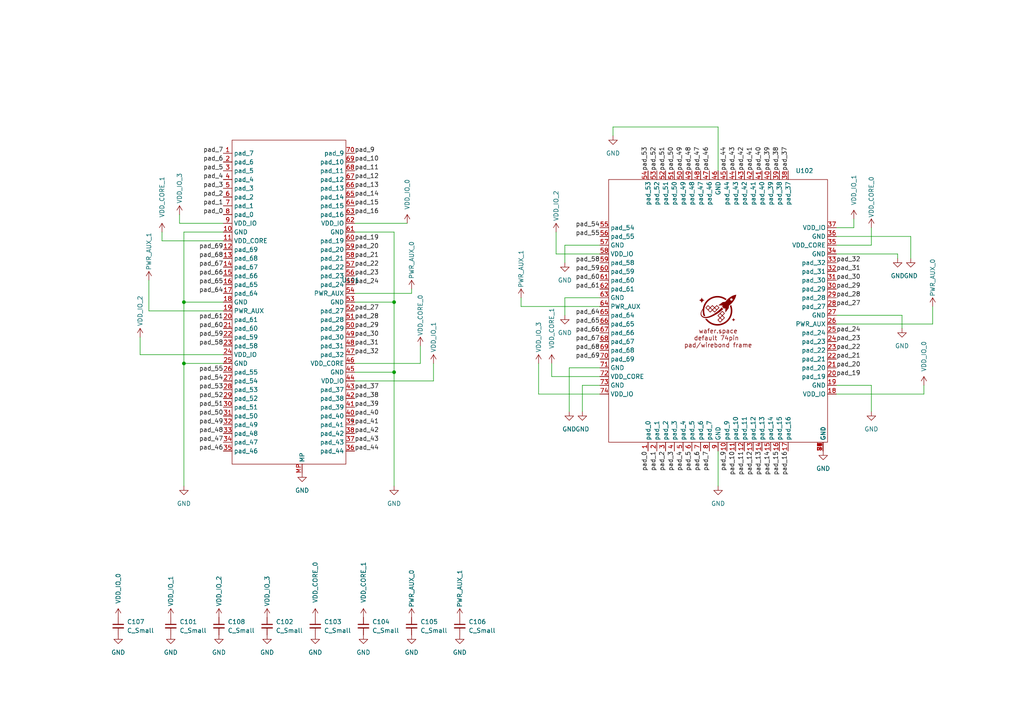
<source format=kicad_sch>
(kicad_sch (version 20250114) (generator "eeschema") (generator_version "9.0")
  (paper "A4")
  (title_block (title "wafer.space default digital chip-on-board mezzanine") (date "2025-10-23") (rev "0") (company "Evezor Inc"))
  (lib_symbols
    (symbol "Device:C_Small" (pin_numbers (hide yes)) (pin_names (offset 0.254) (hide yes))
      (property "Reference" "C" (at 0.254 1.778 0))
      (property "Value" "C_Small" (at 0.254 -2.032 0))
      (symbol "C_Small_1_1"
        (pin passive line (at 0 2.54 270) (length 2.032) (name "~") (number "1"))
        (pin passive line (at 0 -2.54 90) (length 2.032) (name "~") (number "2"))
      )
    )
    (symbol "WaferSpace:70pin_ws_default_mezzanine"
      (property "Reference" "U101" (at 11.43 48.26 0))
      (symbol "70pin_ws_default_mezzanine_1_1"
        (pin unspecified line (at -19.05 43.18 0) (length 2.54) (name "pad_7") (number "1") (alternate "rsvd" unspecified line))
        (pin unspecified line (at -19.05 40.64 0) (length 2.54) (name "pad_6") (number "2") (alternate "rsvd" unspecified line))
        (pin unspecified line (at -19.05 38.1 0) (length 2.54) (name "pad_5") (number "3") (alternate "rsvd" unspecified line))
        (pin unspecified line (at -19.05 35.56 0) (length 2.54) (name "pad_4") (number "4") (alternate "rsvd" unspecified line))
        (pin unspecified line (at -19.05 33.02 0) (length 2.54) (name "pad_3") (number "5") (alternate "rsvd" unspecified line))
        (pin unspecified line (at -19.05 30.48 0) (length 2.54) (name "pad_2") (number "6") (alternate "ctrl_sel_rst_n" input line))
        (pin unspecified line (at -19.05 27.94 0) (length 2.54) (name "pad_1") (number "7") (alternate "ctrl_sel_inc" input line))
        (pin unspecified line (at -19.05 25.4 0) (length 2.54) (name "pad_0") (number "8") (alternate "ctrl_ena" input line))
        (pin power_in line (at -19.05 22.86 0) (length 2.54) (name "VDD_IO") (number "9"))
        (pin power_in line (at -19.05 20.32 0) (length 2.54) (name "GND") (number "10"))
        (pin power_in line (at -19.05 17.78 0) (length 2.54) (name "VDD_CORE") (number "11"))
        (pin unspecified line (at -19.05 15.24 0) (length 2.54) (name "pad_69") (number "12") (alternate "analog_20" bidirectional line))
        (pin unspecified line (at -19.05 12.7 0) (length 2.54) (name "pad_68") (number "13") (alternate "analog_19" bidirectional line))
        (pin unspecified line (at -19.05 10.16 0) (length 2.54) (name "pad_67") (number "14") (alternate "analog_19" bidirectional line))
        (pin unspecified line (at -19.05 7.62 0) (length 2.54) (name "pad_66") (number "15") (alternate "analog_18" bidirectional line))
        (pin unspecified line (at -19.05 5.08 0) (length 2.54) (name "pad_65") (number "16") (alternate "analog_17" bidirectional line))
        (pin unspecified line (at -19.05 2.54 0) (length 2.54) (name "pad_64") (number "17") (alternate "analog_16" bidirectional line))
        (pin power_in line (at -19.05 0 0) (length 2.54) (name "GND") (number "18"))
        (pin power_in line (at -19.05 -2.54 0) (length 2.54) (name "PWR_AUX") (number "19"))
        (pin unspecified line (at -19.05 -5.08 0) (length 2.54) (name "pad_61") (number "20") (alternate "analog_15 " bidirectional line))
        (pin unspecified line (at -19.05 -7.62 0) (length 2.54) (name "pad_60") (number "21") (alternate "analog_14" bidirectional line))
        (pin unspecified line (at -19.05 -10.16 0) (length 2.54) (name "pad_59") (number "22") (alternate "analog_13" bidirectional line))
        (pin unspecified line (at -19.05 -12.7 0) (length 2.54) (name "pad_58") (number "23") (alternate "analog_12" bidirectional line))
        (pin power_in line (at -19.05 -15.24 0) (length 2.54) (name "VDD_IO") (number "24"))
        (pin power_in line (at -19.05 -17.78 0) (length 2.54) (name "GND") (number "25"))
        (pin unspecified line (at -19.05 -20.32 0) (length 2.54) (name "pad_55") (number "26") (alternate "u_clk" input line))
        (pin unspecified line (at -19.05 -22.86 0) (length 2.54) (name "pad_54") (number "27") (alternate "u_rst_n" input line))
        (pin unspecified line (at -19.05 -25.4 0) (length 2.54) (name "pad_53") (number "28") (alternate "ui_7" input line))
        (pin unspecified line (at -19.05 -27.94 0) (length 2.54) (name "pad_52") (number "29") (alternate "ui_6" input line))
        (pin unspecified line (at -19.05 -30.48 0) (length 2.54) (name "pad_51") (number "30") (alternate "ui_5" input line))
        (pin unspecified line (at -19.05 -33.02 0) (length 2.54) (name "pad_50") (number "31") (alternate "ui_4" input line))
        (pin unspecified line (at -19.05 -35.56 0) (length 2.54) (name "pad_49") (number "32") (alternate "ui_3" input line))
        (pin unspecified line (at -19.05 -38.1 0) (length 2.54) (name "pad_48") (number "33") (alternate "ui_2" input line))
        (pin unspecified line (at -19.05 -40.64 0) (length 2.54) (name "pad_47") (number "34") (alternate "ui_1" input line))
        (pin unspecified line (at -19.05 -43.18 0) (length 2.54) (name "pad_46") (number "35") (alternate "ui_0" input line))
        (pin power_in line (at 3.81 -49.53 90) (length 2.54) (name "MP") (number "MP"))
        (pin unspecified line (at 19.05 43.18 180) (length 2.54) (name "pad_9") (number "70") (alternate "uo_0" output line))
        (pin unspecified line (at 19.05 40.64 180) (length 2.54) (name "pad_10") (number "69") (alternate "uo_1" output line))
        (pin unspecified line (at 19.05 38.1 180) (length 2.54) (name "pad_11") (number "68") (alternate "uo_2" output line))
        (pin unspecified line (at 19.05 35.56 180) (length 2.54) (name "pad_12") (number "67") (alternate "uo_3" output line))
        (pin unspecified line (at 19.05 33.02 180) (length 2.54) (name "pad_13") (number "66") (alternate "uo_4" output line))
        (pin unspecified line (at 19.05 30.48 180) (length 2.54) (name "pad_14") (number "65") (alternate "uo_5" output line))
        (pin unspecified line (at 19.05 27.94 180) (length 2.54) (name "pad_15") (number "64") (alternate "uo_6" output line))
        (pin unspecified line (at 19.05 25.4 180) (length 2.54) (name "pad_16") (number "63") (alternate "uo_7" output line))
        (pin power_in line (at 19.05 22.86 180) (length 2.54) (name "VDD_IO") (number "62"))
        (pin power_in line (at 19.05 20.32 180) (length 2.54) (name "GND") (number "61"))
        (pin unspecified line (at 19.05 17.78 180) (length 2.54) (name "pad_19") (number "60") (alternate "analog_0" bidirectional line))
        (pin unspecified line (at 19.05 15.24 180) (length 2.54) (name "pad_20") (number "59") (alternate "analog_1" bidirectional line))
        (pin unspecified line (at 19.05 12.7 180) (length 2.54) (name "pad_21") (number "58") (alternate "analog_2" bidirectional line))
        (pin unspecified line (at 19.05 10.16 180) (length 2.54) (name "pad_22") (number "57") (alternate "analog_3" bidirectional line))
        (pin unspecified line (at 19.05 7.62 180) (length 2.54) (name "pad_23") (number "56") (alternate "analog_4" bidirectional line))
        (pin unspecified line (at 19.05 5.08 180) (length 2.54) (name "pad_24") (number "55") (alternate "analog_5" bidirectional line))
        (pin power_in line (at 19.05 2.54 180) (length 2.54) (name "PWR_AUX") (number "54"))
        (pin power_in line (at 19.05 0 180) (length 2.54) (name "GND") (number "53"))
        (pin unspecified line (at 19.05 -2.54 180) (length 2.54) (name "pad_27") (number "52") (alternate "analog_6" bidirectional line))
        (pin unspecified line (at 19.05 -5.08 180) (length 2.54) (name "pad_28") (number "51") (alternate "analog_7" bidirectional line))
        (pin unspecified line (at 19.05 -7.62 180) (length 2.54) (name "pad_29") (number "50") (alternate "analog_8" bidirectional line))
        (pin unspecified line (at 19.05 -10.16 180) (length 2.54) (name "pad_30") (number "49") (alternate "analog_9" bidirectional line))
        (pin unspecified line (at 19.05 -12.7 180) (length 2.54) (name "pad_31") (number "48") (alternate "analog_10" bidirectional line))
        (pin unspecified line (at 19.05 -15.24 180) (length 2.54) (name "pad_32") (number "47") (alternate "analog_11" bidirectional line))
        (pin power_in line (at 19.05 -17.78 180) (length 2.54) (name "VDD_CORE") (number "46"))
        (pin power_in line (at 19.05 -20.32 180) (length 2.54) (name "GND") (number "45"))
        (pin power_in line (at 19.05 -22.86 180) (length 2.54) (name "VDD_IO") (number "44"))
        (pin unspecified line (at 19.05 -25.4 180) (length 2.54) (name "pad_37") (number "43") (alternate "uio_0" bidirectional line))
        (pin unspecified line (at 19.05 -27.94 180) (length 2.54) (name "pad_38") (number "42") (alternate "uio_1" bidirectional line))
        (pin unspecified line (at 19.05 -30.48 180) (length 2.54) (name "pad_39") (number "41") (alternate "uio_2" bidirectional line))
        (pin unspecified line (at 19.05 -33.02 180) (length 2.54) (name "pad_40") (number "40"))
        (pin unspecified line (at 19.05 -35.56 180) (length 2.54) (name "pad_41") (number "39") (alternate "uio_4" bidirectional line))
        (pin unspecified line (at 19.05 -38.1 180) (length 2.54) (name "pad_42") (number "38") (alternate "uio_5" bidirectional line))
        (pin unspecified line (at 19.05 -40.64 180) (length 2.54) (name "pad_43") (number "37") (alternate "uio_6" bidirectional line))
        (pin unspecified line (at 19.05 -43.18 180) (length 2.54) (name "pad_44") (number "36") (alternate "uio_7" bidirectional line))
      )
    )
    (symbol "WaferSpace:70pin_ws_default_mezzanine_TT"
      (property "Reference" "U101" (at -18.796 44.958 0))
      (symbol "70pin_ws_default_mezzanine_TT_1_1"
        (pin unspecified line (at -25.4 39.37 0) (length 2.54) (name "pad_46") (number "35") (alternate "ui_0" input line))
        (pin unspecified line (at -25.4 36.83 0) (length 2.54) (name "pad_47") (number "34") (alternate "ui_1" input line))
        (pin unspecified line (at -25.4 34.29 0) (length 2.54) (name "pad_48") (number "33") (alternate "ui_2" input line))
        (pin unspecified line (at -25.4 31.75 0) (length 2.54) (name "pad_49") (number "32") (alternate "ui_3" input line))
        (pin unspecified line (at -25.4 29.21 0) (length 2.54) (name "pad_50") (number "31") (alternate "ui_4" input line))
        (pin unspecified line (at -25.4 26.67 0) (length 2.54) (name "pad_51") (number "30") (alternate "ui_5" input line))
        (pin unspecified line (at -25.4 24.13 0) (length 2.54) (name "pad_52") (number "29") (alternate "ui_6" input line))
        (pin unspecified line (at -25.4 21.59 0) (length 2.54) (name "pad_53") (number "28") (alternate "ui_7" input line))
        (pin unspecified line (at -25.4 15.24 0) (length 2.54) (name "pad_19") (number "60") (alternate "analog_0" bidirectional line))
        (pin unspecified line (at -25.4 12.7 0) (length 2.54) (name "pad_20") (number "59") (alternate "analog_1" bidirectional line))
        (pin unspecified line (at -25.4 10.16 0) (length 2.54) (name "pad_21") (number "58") (alternate "analog_2" bidirectional line))
        (pin unspecified line (at -25.4 7.62 0) (length 2.54) (name "pad_22") (number "57") (alternate "analog_3" bidirectional line))
        (pin unspecified line (at -25.4 5.08 0) (length 2.54) (name "pad_23") (number "56") (alternate "analog_4" bidirectional line))
        (pin unspecified line (at -25.4 2.54 0) (length 2.54) (name "pad_24") (number "55") (alternate "analog_5" bidirectional line))
        (pin unspecified line (at -25.4 0 0) (length 2.54) (name "pad_27") (number "52") (alternate "analog_6" bidirectional line))
        (pin unspecified line (at -25.4 -2.54 0) (length 2.54) (name "pad_28") (number "51") (alternate "analog_7" bidirectional line))
        (pin unspecified line (at -25.4 -5.08 0) (length 2.54) (name "pad_29") (number "50") (alternate "analog_8" bidirectional line))
        (pin unspecified line (at -25.4 -7.62 0) (length 2.54) (name "pad_30") (number "49") (alternate "analog_9" bidirectional line))
        (pin unspecified line (at -25.4 -10.16 0) (length 2.54) (name "pad_31") (number "48") (alternate "analog_10" bidirectional line))
        (pin unspecified line (at -25.4 -12.7 0) (length 2.54) (name "pad_32") (number "47") (alternate "analog_11" bidirectional line))
        (pin unspecified line (at -25.4 -15.24 0) (length 2.54) (name "pad_58") (number "23") (alternate "analog_12" bidirectional line))
        (pin unspecified line (at -25.4 -17.78 0) (length 2.54) (name "pad_59") (number "22") (alternate "analog_13" bidirectional line))
        (pin unspecified line (at -25.4 -20.32 0) (length 2.54) (name "pad_60") (number "21") (alternate "analog_14" bidirectional line))
        (pin unspecified line (at -25.4 -22.86 0) (length 2.54) (name "pad_61") (number "20") (alternate "analog_15 " bidirectional line))
        (pin unspecified line (at -25.4 -25.4 0) (length 2.54) (name "pad_64") (number "17") (alternate "analog_16" bidirectional line))
        (pin unspecified line (at -25.4 -27.94 0) (length 2.54) (name "pad_65") (number "16") (alternate "analog_17" bidirectional line))
        (pin unspecified line (at -25.4 -30.48 0) (length 2.54) (name "pad_66") (number "15") (alternate "analog_18" bidirectional line))
        (pin unspecified line (at -25.4 -33.02 0) (length 2.54) (name "pad_67") (number "14") (alternate "analog_19" bidirectional line))
        (pin unspecified line (at -25.4 -35.56 0) (length 2.54) (name "pad_68") (number "13") (alternate "analog_19" bidirectional line))
        (pin unspecified line (at -25.4 -38.1 0) (length 2.54) (name "pad_69") (number "12") (alternate "analog_20" bidirectional line))
        (pin unspecified line (at -6.35 -45.72 90) (length 2.54) (name "pad_7") (number "1") (alternate "rsvd" unspecified line))
        (pin power_in line (at -5.08 45.72 270) (length 2.54) (name "PWR_AUX") (number "54"))
        (pin unspecified line (at -3.81 -45.72 90) (length 2.54) (name "pad_6") (number "2") (alternate "rsvd" unspecified line))
        (pin power_in line (at -2.54 45.72 270) (length 2.54) (name "PWR_AUX") (number "19"))
        (pin unspecified line (at -1.27 -45.72 90) (length 2.54) (name "pad_5") (number "3") (alternate "rsvd" unspecified line))
        (pin unspecified line (at 1.27 -45.72 90) (length 2.54) (name "pad_4") (number "4") (alternate "rsvd" unspecified line))
        (pin power_in line (at 2.54 45.72 270) (length 2.54) (name "VDD_CORE") (number "11"))
        (pin unspecified line (at 3.81 -45.72 90) (length 2.54) (name "pad_3") (number "5") (alternate "rsvd" unspecified line))
        (pin power_in line (at 5.08 45.72 270) (length 2.54) (name "VDD_CORE") (number "46"))
        (pin unspecified line (at 6.35 -45.72 90) (length 2.54) (name "pad_2") (number "6") (alternate "ctrl_sel_rst_n" input line))
        (pin unspecified line (at 8.89 -45.72 90) (length 2.54) (name "pad_1") (number "7") (alternate "ctrl_sel_inc" input line))
        (pin power_in line (at 10.16 45.72 270) (length 2.54) (name "VDD_IO") (number "9"))
        (pin unspecified line (at 11.43 -45.72 90) (length 2.54) (name "pad_0") (number "8") (alternate "ctrl_ena" input line))
        (pin power_in line (at 12.7 45.72 270) (length 2.54) (name "VDD_IO") (number "24"))
        (pin power_in line (at 15.24 45.72 270) (length 2.54) (name "VDD_IO") (number "44"))
        (pin power_in line (at 17.78 45.72 270) (length 2.54) (name "VDD_IO") (number "62"))
        (pin power_in line (at 19.05 -45.72 90) (length 2.54) (name "GND") (number "10"))
        (pin power_in line (at 19.05 -45.72 90) (length 2.54) (name "GND") (number "18"))
        (pin power_in line (at 19.05 -45.72 90) (length 2.54) (name "GND") (number "25"))
        (pin power_in line (at 19.05 -45.72 90) (length 2.54) (name "GND") (number "45"))
        (pin power_in line (at 19.05 -45.72 90) (length 2.54) (name "GND") (number "53"))
        (pin power_in line (at 19.05 -45.72 90) (length 2.54) (name "GND") (number "61"))
        (pin power_in line (at 19.05 -45.72 90) (length 2.54) (name "GND") (number "MP"))
        (pin unspecified line (at 26.67 26.67 180) (length 2.54) (name "pad_9") (number "70") (alternate "uo_0" output line))
        (pin unspecified line (at 26.67 24.13 180) (length 2.54) (name "pad_10") (number "69") (alternate "uo_1" output line))
        (pin unspecified line (at 26.67 21.59 180) (length 2.54) (name "pad_11") (number "68") (alternate "uo_2" output line))
        (pin unspecified line (at 26.67 19.05 180) (length 2.54) (name "pad_12") (number "67") (alternate "uo_3" output line))
        (pin unspecified line (at 26.67 16.51 180) (length 2.54) (name "pad_13") (number "66") (alternate "uo_4" output line))
        (pin unspecified line (at 26.67 13.97 180) (length 2.54) (name "pad_14") (number "65") (alternate "uo_5" output line))
        (pin unspecified line (at 26.67 11.43 180) (length 2.54) (name "pad_15") (number "64") (alternate "uo_6" output line))
        (pin unspecified line (at 26.67 8.89 180) (length 2.54) (name "pad_16") (number "63") (alternate "uo_7" output line))
        (pin unspecified line (at 26.67 2.54 180) (length 2.54) (name "pad_37") (number "43") (alternate "uio_0" bidirectional line))
        (pin unspecified line (at 26.67 0 180) (length 2.54) (name "pad_38") (number "42") (alternate "uio_1" bidirectional line))
        (pin unspecified line (at 26.67 -2.54 180) (length 2.54) (name "pad_39") (number "41") (alternate "uio_2" bidirectional line))
        (pin unspecified line (at 26.67 -5.08 180) (length 2.54) (name "pad_40") (number "40") (alternate "uio_3" bidirectional line))
        (pin unspecified line (at 26.67 -7.62 180) (length 2.54) (name "pad_41") (number "39") (alternate "uio_4" bidirectional line))
        (pin unspecified line (at 26.67 -10.16 180) (length 2.54) (name "pad_42") (number "38") (alternate "uio_5" bidirectional line))
        (pin unspecified line (at 26.67 -12.7 180) (length 2.54) (name "pad_43") (number "37") (alternate "uio_6" bidirectional line))
        (pin unspecified line (at 26.67 -15.24 180) (length 2.54) (name "pad_44") (number "36") (alternate "uio_7" bidirectional line))
        (pin unspecified line (at 26.67 -24.13 180) (length 2.54) (name "pad_54") (number "27") (alternate "u_rst_n" input line))
        (pin unspecified line (at 26.67 -26.67 180) (length 2.54) (name "pad_55") (number "26") (alternate "u_clk" input line))
      )
    )
    (symbol "WaferSpace:WS_default_74padring"
      (property "Reference" "U102" (at 22.4633 40.64 0))
      (symbol "WS_default_74padring_1_1"
        (text "wafer.space\ndefault 74pin \npad/wirebond frame" (at 0 -7.874 0) (effects (font (size 1.27 1.27))))
        (pin unspecified line (at -34.29 24.13 0) (length 2.54) (name "pad_54") (number "55"))
        (pin unspecified line (at -34.29 21.59 0) (length 2.54) (name "pad_55") (number "56"))
        (pin power_in line (at -34.29 19.05 0) (length 2.54) (name "GND") (number "57"))
        (pin power_in line (at -34.29 16.51 0) (length 2.54) (name "VDD_IO") (number "58"))
        (pin unspecified line (at -34.29 13.97 0) (length 2.54) (name "pad_58") (number "59"))
        (pin unspecified line (at -34.29 11.43 0) (length 2.54) (name "pad_59") (number "60"))
        (pin unspecified line (at -34.29 8.89 0) (length 2.54) (name "pad_60") (number "61"))
        (pin unspecified line (at -34.29 6.35 0) (length 2.54) (name "pad_61") (number "62"))
        (pin power_in line (at -34.29 3.81 0) (length 2.54) (name "GND") (number "63"))
        (pin power_in line (at -34.29 1.27 0) (length 2.54) (name "PWR_AUX") (number "64"))
        (pin unspecified line (at -34.29 -1.27 0) (length 2.54) (name "pad_64") (number "65"))
        (pin unspecified line (at -34.29 -3.81 0) (length 2.54) (name "pad_65") (number "66"))
        (pin unspecified line (at -34.29 -6.35 0) (length 2.54) (name "pad_66") (number "67"))
        (pin unspecified line (at -34.29 -8.89 0) (length 2.54) (name "pad_67") (number "68"))
        (pin unspecified line (at -34.29 -11.43 0) (length 2.54) (name "pad_68") (number "69"))
        (pin unspecified line (at -34.29 -13.97 0) (length 2.54) (name "pad_69") (number "70"))
        (pin power_in line (at -34.29 -16.51 0) (length 2.54) (name "GND") (number "71"))
        (pin power_in line (at -34.29 -19.05 0) (length 2.54) (name "VDD_CORE") (number "72"))
        (pin power_in line (at -34.29 -21.59 0) (length 2.54) (name "GND") (number "73"))
        (pin power_in line (at -34.29 -24.13 0) (length 2.54) (name "VDD_IO") (number "74"))
        (pin unspecified line (at -20.32 40.64 270) (length 2.54) (name "pad_53") (number "54"))
        (pin unspecified line (at -20.32 -40.64 90) (length 2.54) (name "pad_0") (number "1"))
        (pin unspecified line (at -17.78 40.64 270) (length 2.54) (name "pad_52") (number "53"))
        (pin unspecified line (at -17.78 -40.64 90) (length 2.54) (name "pad_1") (number "2"))
        (pin unspecified line (at -15.24 40.64 270) (length 2.54) (name "pad_51") (number "52"))
        (pin unspecified line (at -15.24 -40.64 90) (length 2.54) (name "pad_2") (number "3"))
        (pin unspecified line (at -12.7 40.64 270) (length 2.54) (name "pad_50") (number "51"))
        (pin unspecified line (at -12.7 -40.64 90) (length 2.54) (name "pad_3") (number "4"))
        (pin unspecified line (at -10.16 40.64 270) (length 2.54) (name "pad_49") (number "50"))
        (pin unspecified line (at -10.16 -40.64 90) (length 2.54) (name "pad_4") (number "5"))
        (pin unspecified line (at -7.62 40.64 270) (length 2.54) (name "pad_48") (number "49"))
        (pin unspecified line (at -7.62 -40.64 90) (length 2.54) (name "pad_5") (number "6"))
        (pin unspecified line (at -5.08 40.64 270) (length 2.54) (name "pad_47") (number "48"))
        (pin unspecified line (at -5.08 -40.64 90) (length 2.54) (name "pad_6") (number "7"))
        (pin unspecified line (at -2.54 40.64 270) (length 2.54) (name "pad_46") (number "47"))
        (pin unspecified line (at -2.54 -40.64 90) (length 2.54) (name "pad_7") (number "8"))
        (pin power_in line (at 0 40.64 270) (length 2.54) (name "GND") (number "46"))
        (pin power_in line (at 0 -40.64 90) (length 2.54) (name "GND") (number "9"))
        (pin unspecified line (at 2.54 40.64 270) (length 2.54) (name "pad_44") (number "45"))
        (pin unspecified line (at 2.54 -40.64 90) (length 2.54) (name "pad_9") (number "10"))
        (pin unspecified line (at 5.08 40.64 270) (length 2.54) (name "pad_43") (number "44"))
        (pin unspecified line (at 5.08 -40.64 90) (length 2.54) (name "pad_10") (number "11"))
        (pin unspecified line (at 7.62 40.64 270) (length 2.54) (name "pad_42") (number "43"))
        (pin unspecified line (at 7.62 -40.64 90) (length 2.54) (name "pad_11") (number "12"))
        (pin unspecified line (at 10.16 40.64 270) (length 2.54) (name "pad_41") (number "42"))
        (pin unspecified line (at 10.16 -40.64 90) (length 2.54) (name "pad_12") (number "13"))
        (pin unspecified line (at 12.7 40.64 270) (length 2.54) (name "pad_40") (number "41"))
        (pin unspecified line (at 12.7 -40.64 90) (length 2.54) (name "pad_13") (number "14"))
        (pin unspecified line (at 15.24 40.64 270) (length 2.54) (name "pad_39") (number "40"))
        (pin unspecified line (at 15.24 -40.64 90) (length 2.54) (name "pad_14") (number "15"))
        (pin unspecified line (at 17.78 40.64 270) (length 2.54) (name "pad_38") (number "39"))
        (pin unspecified line (at 17.78 -40.64 90) (length 2.54) (name "pad_15") (number "16"))
        (pin unspecified line (at 20.32 40.64 270) (length 2.54) (name "pad_37") (number "38"))
        (pin unspecified line (at 20.32 -40.64 90) (length 2.54) (name "pad_16") (number "17"))
        (pin power_in line (at 30.48 -40.64 90) (length 2.54) (name "GND") (number "75"))
        (pin power_in line (at 30.48 -40.64 90) (length 2.54) (name "GND") (number "76"))
        (pin power_in line (at 30.48 -40.64 90) (length 2.54) (name "GND") (number "77"))
        (pin power_in line (at 30.48 -40.64 90) (length 2.54) (name "GND") (number "78"))
        (pin power_in line (at 30.48 -40.64 90) (length 2.54) (name "GND") (number "79"))
        (pin power_in line (at 30.48 -40.64 90) (length 2.54) (name "GND") (number "80"))
        (pin power_in line (at 30.48 -40.64 90) (length 2.54) (name "GND") (number "81"))
        (pin power_in line (at 34.29 24.13 180) (length 2.54) (name "VDD_IO") (number "37"))
        (pin power_in line (at 34.29 21.59 180) (length 2.54) (name "GND") (number "36"))
        (pin power_in line (at 34.29 19.05 180) (length 2.54) (name "VDD_CORE") (number "35"))
        (pin power_in line (at 34.29 16.51 180) (length 2.54) (name "GND") (number "34"))
        (pin unspecified line (at 34.29 13.97 180) (length 2.54) (name "pad_32") (number "33"))
        (pin unspecified line (at 34.29 11.43 180) (length 2.54) (name "pad_31") (number "32"))
        (pin unspecified line (at 34.29 8.89 180) (length 2.54) (name "pad_30") (number "31"))
        (pin unspecified line (at 34.29 6.35 180) (length 2.54) (name "pad_29") (number "30"))
        (pin unspecified line (at 34.29 3.81 180) (length 2.54) (name "pad_28") (number "29"))
        (pin unspecified line (at 34.29 1.27 180) (length 2.54) (name "pad_27") (number "28"))
        (pin power_in line (at 34.29 -1.27 180) (length 2.54) (name "GND") (number "27"))
        (pin power_in line (at 34.29 -3.81 180) (length 2.54) (name "PWR_AUX") (number "26"))
        (pin unspecified line (at 34.29 -6.35 180) (length 2.54) (name "pad_24") (number "25"))
        (pin unspecified line (at 34.29 -8.89 180) (length 2.54) (name "pad_23") (number "24"))
        (pin unspecified line (at 34.29 -11.43 180) (length 2.54) (name "pad_22") (number "23"))
        (pin unspecified line (at 34.29 -13.97 180) (length 2.54) (name "pad_21") (number "22"))
        (pin unspecified line (at 34.29 -16.51 180) (length 2.54) (name "pad_20") (number "21"))
        (pin unspecified line (at 34.29 -19.05 180) (length 2.54) (name "pad_19") (number "20"))
        (pin power_in line (at 34.29 -21.59 180) (length 2.54) (name "GND") (number "19"))
        (pin power_in line (at 34.29 -24.13 180) (length 2.54) (name "VDD_IO") (number "18"))
      )
    )
    (symbol "power:GND" (power) (pin_names (offset 0))
      (property "Value" "GND" (at 0 -3.81 0))
      (symbol "GND_1_1"
        (pin power_in line (at 0 0 270) (length 0) (hide yes) (name "GND") (number "1"))
      )
    )
    (symbol "power:VDD" (power) (pin_names (offset 0))
      (property "Value" "VDD" (at 0 3.81 0))
      (symbol "VDD_1_1"
        (pin power_in line (at 0 0 90) (length 0) (hide yes) (name "VDD") (number "1"))
      )
    )
  )
  (junction (at 53.34 105.41))
  (junction (at 114.3 107.95))
  (junction (at 53.34 87.63))
  (junction (at 114.3 87.63))
  (wire (pts (xy 102.87 110.49) (xy 125.73 110.49)))
  (wire (pts (xy 114.3 107.95) (xy 114.3 140.97)))
  (wire (pts (xy 46.99 69.85) (xy 46.99 67.31)))
  (wire (pts (xy 242.57 111.76) (xy 252.73 111.76)))
  (wire (pts (xy 247.65 66.04) (xy 247.65 63.5)))
  (wire (pts (xy 163.83 76.2) (xy 163.83 71.12)))
  (wire (pts (xy 163.83 91.44) (xy 163.83 86.36)))
  (wire (pts (xy 260.35 73.66) (xy 242.57 73.66)))
  (wire (pts (xy 173.99 73.66) (xy 161.29 73.66)))
  (wire (pts (xy 125.73 110.49) (xy 125.73 105.41)))
  (wire (pts (xy 53.34 87.63) (xy 64.77 87.63)))
  (wire (pts (xy 53.34 67.31) (xy 53.34 87.63)))
  (wire (pts (xy 242.57 66.04) (xy 247.65 66.04)))
  (wire (pts (xy 264.16 74.93) (xy 264.16 68.58)))
  (wire (pts (xy 43.18 81.28) (xy 43.18 90.17)))
  (wire (pts (xy 267.97 114.3) (xy 267.97 111.76)))
  (wire (pts (xy 102.87 105.41) (xy 121.92 105.41)))
  (wire (pts (xy 52.07 64.77) (xy 64.77 64.77)))
  (wire (pts (xy 168.91 111.76) (xy 168.91 119.38)))
  (wire (pts (xy 264.16 68.58) (xy 242.57 68.58)))
  (wire (pts (xy 161.29 73.66) (xy 161.29 67.31)))
  (wire (pts (xy 151.13 88.9) (xy 151.13 86.36)))
  (wire (pts (xy 64.77 67.31) (xy 53.34 67.31)))
  (wire (pts (xy 43.18 90.17) (xy 64.77 90.17)))
  (wire (pts (xy 53.34 105.41) (xy 64.77 105.41)))
  (wire (pts (xy 114.3 87.63) (xy 114.3 107.95)))
  (wire (pts (xy 102.87 87.63) (xy 114.3 87.63)))
  (wire (pts (xy 242.57 71.12) (xy 252.73 71.12)))
  (wire (pts (xy 173.99 109.22) (xy 160.02 109.22)))
  (wire (pts (xy 102.87 64.77) (xy 118.11 64.77)))
  (wire (pts (xy 53.34 105.41) (xy 53.34 140.97)))
  (wire (pts (xy 102.87 67.31) (xy 114.3 67.31)))
  (wire (pts (xy 163.83 86.36) (xy 173.99 86.36)))
  (wire (pts (xy 242.57 93.98) (xy 270.51 93.98)))
  (wire (pts (xy 208.28 36.83) (xy 208.28 49.53)))
  (wire (pts (xy 261.62 91.44) (xy 261.62 95.25)))
  (wire (pts (xy 177.8 39.37) (xy 177.8 36.83)))
  (wire (pts (xy 242.57 91.44) (xy 261.62 91.44)))
  (wire (pts (xy 163.83 71.12) (xy 173.99 71.12)))
  (wire (pts (xy 173.99 114.3) (xy 156.21 114.3)))
  (wire (pts (xy 208.28 130.81) (xy 208.28 140.97)))
  (wire (pts (xy 260.35 74.93) (xy 260.35 73.66)))
  (wire (pts (xy 64.77 102.87) (xy 40.64 102.87)))
  (wire (pts (xy 119.38 85.09) (xy 119.38 83.82)))
  (wire (pts (xy 40.64 102.87) (xy 40.64 97.79)))
  (wire (pts (xy 270.51 93.98) (xy 270.51 88.9)))
  (wire (pts (xy 114.3 67.31) (xy 114.3 87.63)))
  (wire (pts (xy 46.99 69.85) (xy 64.77 69.85)))
  (wire (pts (xy 173.99 106.68) (xy 165.1 106.68)))
  (wire (pts (xy 160.02 109.22) (xy 160.02 105.41)))
  (wire (pts (xy 173.99 111.76) (xy 168.91 111.76)))
  (wire (pts (xy 53.34 87.63) (xy 53.34 105.41)))
  (wire (pts (xy 252.73 71.12) (xy 252.73 66.04)))
  (wire (pts (xy 156.21 114.3) (xy 156.21 105.41)))
  (wire (pts (xy 102.87 85.09) (xy 119.38 85.09)))
  (wire (pts (xy 173.99 88.9) (xy 151.13 88.9)))
  (wire (pts (xy 165.1 106.68) (xy 165.1 119.38)))
  (wire (pts (xy 121.92 105.41) (xy 121.92 100.33)))
  (wire (pts (xy 242.57 114.3) (xy 267.97 114.3)))
  (wire (pts (xy 252.73 111.76) (xy 252.73 119.38)))
  (wire (pts (xy 52.07 62.23) (xy 52.07 64.77)))
  (wire (pts (xy 177.8 36.83) (xy 208.28 36.83)))
  (wire (pts (xy 102.87 107.95) (xy 114.3 107.95)))
  (label "pad_55" (at 64.77 107.95 180))
  (label "pad_31" (at 242.57 78.74 0))
  (label "pad_43" (at 102.87 128.27 0))
  (label "pad_58" (at 64.77 100.33 180))
  (label "pad_49" (at 198.12 49.53 90))
  (label "pad_49" (at 64.77 123.19 180))
  (label "pad_58" (at 173.99 76.2 180))
  (label "pad_3" (at 195.58 130.81 270))
  (label "pad_60" (at 64.77 95.25 180))
  (label "pad_10" (at 213.36 130.81 270))
  (label "pad_6" (at 64.77 46.99 180))
  (label "pad_39" (at 102.87 118.11 0))
  (label "pad_1" (at 190.5 130.81 270))
  (label "pad_20" (at 242.57 106.68 0))
  (label "pad_38" (at 102.87 115.57 0))
  (label "pad_21" (at 242.57 104.14 0))
  (label "pad_6" (at 203.2 130.81 270))
  (label "pad_42" (at 102.87 125.73 0))
  (label "pad_64" (at 173.99 91.44 180))
  (label "pad_40" (at 102.87 120.65 0))
  (label "pad_2" (at 193.04 130.81 270))
  (label "pad_46" (at 205.74 49.53 90))
  (label "pad_65" (at 173.99 93.98 180))
  (label "pad_44" (at 210.82 49.53 90))
  (label "pad_2" (at 64.77 57.15 180))
  (label "pad_47" (at 64.77 128.27 180))
  (label "pad_66" (at 173.99 96.52 180))
  (label "pad_68" (at 64.77 74.93 180))
  (label "pad_21" (at 102.87 74.93 0))
  (label "pad_24" (at 242.57 96.52 0))
  (label "pad_29" (at 242.57 83.82 0))
  (label "pad_7" (at 64.77 44.45 180))
  (label "pad_48" (at 200.66 49.53 90))
  (label "pad_28" (at 242.57 86.36 0))
  (label "pad_27" (at 102.87 90.17 0))
  (label "pad_69" (at 173.99 104.14 180))
  (label "pad_60" (at 173.99 81.28 180))
  (label "pad_14" (at 102.87 57.15 0))
  (label "pad_68" (at 173.99 101.6 180))
  (label "pad_23" (at 102.87 80.01 0))
  (label "pad_39" (at 223.52 49.53 90))
  (label "pad_5" (at 64.77 49.53 180))
  (label "pad_37" (at 228.6 49.53 90))
  (label "pad_54" (at 64.77 110.49 180))
  (label "pad_64" (at 64.77 85.09 180))
  (label "pad_40" (at 220.98 49.53 90))
  (label "pad_41" (at 218.44 49.53 90))
  (label "pad_0" (at 64.77 62.23 180))
  (label "pad_51" (at 193.04 49.53 90))
  (label "pad_50" (at 64.77 120.65 180))
  (label "pad_28" (at 102.87 92.71 0))
  (label "pad_11" (at 215.9 130.81 270))
  (label "pad_30" (at 242.57 81.28 0))
  (label "pad_65" (at 64.77 82.55 180))
  (label "pad_50" (at 195.58 49.53 90))
  (label "pad_5" (at 200.66 130.81 270))
  (label "pad_13" (at 102.87 54.61 0))
  (label "pad_22" (at 242.57 101.6 0))
  (label "pad_15" (at 102.87 59.69 0))
  (label "pad_11" (at 102.87 49.53 0))
  (label "pad_9" (at 102.87 44.45 0))
  (label "pad_61" (at 173.99 83.82 180))
  (label "pad_14" (at 223.52 130.81 270))
  (label "pad_66" (at 64.77 80.01 180))
  (label "pad_52" (at 64.77 115.57 180))
  (label "pad_32" (at 102.87 102.87 0))
  (label "pad_16" (at 102.87 62.23 0))
  (label "pad_54" (at 173.99 66.04 180))
  (label "pad_59" (at 173.99 78.74 180))
  (label "pad_51" (at 64.77 118.11 180))
  (label "pad_9" (at 210.82 130.81 270))
  (label "pad_32" (at 242.57 76.2 0))
  (label "pad_44" (at 102.87 130.81 0))
  (label "pad_67" (at 173.99 99.06 180))
  (label "pad_46" (at 64.77 130.81 180))
  (label "pad_23" (at 242.57 99.06 0))
  (label "pad_55" (at 173.99 68.58 180))
  (label "pad_38" (at 226.06 49.53 90))
  (label "pad_4" (at 64.77 52.07 180))
  (label "pad_29" (at 102.87 95.25 0))
  (label "pad_7" (at 205.74 130.81 270))
  (label "pad_0" (at 187.96 130.81 270))
  (label "pad_53" (at 187.96 49.53 90))
  (label "pad_4" (at 198.12 130.81 270))
  (label "pad_69" (at 64.77 72.39 180))
  (label "pad_52" (at 190.5 49.53 90))
  (label "pad_48" (at 64.77 125.73 180))
  (label "pad_22" (at 102.87 77.47 0))
  (label "pad_13" (at 220.98 130.81 270))
  (label "pad_16" (at 228.6 130.81 270))
  (label "pad_67" (at 64.77 77.47 180))
  (label "pad_1" (at 64.77 59.69 180))
  (label "pad_12" (at 218.44 130.81 270))
  (label "pad_27" (at 242.57 88.9 0))
  (label "pad_31" (at 102.87 100.33 0))
  (label "pad_19" (at 102.87 69.85 0))
  (label "pad_20" (at 102.87 72.39 0))
  (label "pad_43" (at 213.36 49.53 90))
  (label "pad_3" (at 64.77 54.61 180))
  (label "pad_10" (at 102.87 46.99 0))
  (label "pad_24" (at 102.87 82.55 0))
  (label "pad_41" (at 102.87 123.19 0))
  (label "pad_47" (at 203.2 49.53 90))
  (label "pad_30" (at 102.87 97.79 0))
  (label "pad_15" (at 226.06 130.81 270))
  (label "pad_12" (at 102.87 52.07 0))
  (label "pad_59" (at 64.77 97.79 180))
  (label "pad_61" (at 64.77 92.71 180))
  (label "pad_42" (at 215.9 49.53 90))
  (label "pad_53" (at 64.77 113.03 180))
  (label "pad_37" (at 102.87 113.03 0))
  (label "pad_19" (at 242.57 109.22 0))
  (symbol (lib_id "power:VDD") (at 105.41 179.07 0) (unit 1)
    (property "Reference" "#PWR032" (effects (hide yes)))
    (property "Value" "VDD_CORE_1" (at 105.41 168.91 90))
    (property "Description" "Power symbol creates a global label with name \"VDD\"" (effects (hide yes)))
  )
  (symbol (lib_id "WaferSpace:WS_default_74padring") (at 208.28 90.17 0) (unit 1)
    (property "Reference" "U102" (at 230.7433 49.53 0) (effects (justify left)))
    (property "Footprint" "WafeSpace:waferspace_default_padring_v0.2" (effects (hide yes)))
  )
  (symbol (lib_id "Device:C_Small") (at 63.5 181.61 0) (unit 1)
    (property "Reference" "C108" (at 66.04 180.3462 0) (effects (justify left)))
    (property "Value" "C_Small" (at 66.04 182.8862 0) (effects (justify left)))
    (property "Footprint" "Capacitor_SMD:C_0201_0603Metric" (effects (hide yes)))
    (property "Description" "Unpolarized capacitor, small symbol" (effects (hide yes)))
  )
  (symbol (lib_id "power:VDD") (at 125.73 105.41 0) (unit 1)
    (property "Reference" "#PWR04" (effects (hide yes)))
    (property "Value" "VDD_IO_1" (at 125.73 97.79 90))
    (property "Description" "Power symbol creates a global label with name \"VDD\"" (effects (hide yes)))
  )
  (symbol (lib_id "power:VDD") (at 270.51 88.9 0) (unit 1)
    (property "Reference" "#PWR022" (effects (hide yes)))
    (property "Value" "PWR_AUX_0" (at 270.51 80.518 90))
    (property "Description" "Power symbol creates a global label with name \"VDD\"" (effects (hide yes)))
  )
  (symbol (lib_id "power:VDD") (at 119.38 179.07 0) (unit 1)
    (property "Reference" "#PWR038" (effects (hide yes)))
    (property "Value" "PWR_AUX_0" (at 119.38 170.688 90))
    (property "Description" "Power symbol creates a global label with name \"VDD\"" (effects (hide yes)))
  )
  (symbol (lib_id "power:VDD") (at 151.13 86.36 0) (unit 1)
    (property "Reference" "#PWR023" (effects (hide yes)))
    (property "Value" "PWR_AUX_1" (at 151.13 77.978 90))
    (property "Description" "Power symbol creates a global label with name \"VDD\"" (effects (hide yes)))
  )
  (symbol (lib_id "power:VDD") (at 49.53 179.07 0) (unit 1)
    (property "Reference" "#PWR036" (effects (hide yes)))
    (property "Value" "VDD_IO_1" (at 49.53 171.45 90))
    (property "Description" "Power symbol creates a global label with name \"VDD\"" (effects (hide yes)))
  )
  (symbol (lib_id "power:VDD") (at 91.44 179.07 0) (unit 1)
    (property "Reference" "#PWR037" (effects (hide yes)))
    (property "Value" "VDD_CORE_0" (at 91.44 168.91 90))
    (property "Description" "Power symbol creates a global label with name \"VDD\"" (effects (hide yes)))
  )
  (symbol (lib_id "power:GND") (at 87.63 137.16 0) (mirror y) (unit 1)
    (property "Reference" "#PWR08" (effects (hide yes)))
    (property "Value" "GND" (at 87.63 142.24 0))
    (property "Description" "Power symbol creates a global label with name \"GND\" , ground" (effects (hide yes)))
  )
  (symbol (lib_id "power:GND") (at 238.76 130.81 0) (mirror y) (unit 1)
    (property "Reference" "#PWR034" (effects (hide yes)))
    (property "Value" "GND" (at 238.76 135.89 0))
    (property "Description" "Power symbol creates a global label with name \"GND\" , ground" (effects (hide yes)))
  )
  (symbol (lib_id "power:GND") (at 105.41 184.15 0) (mirror y) (unit 1)
    (property "Reference" "#PWR0106" (effects (hide yes)))
    (property "Value" "GND" (at 105.41 189.23 0))
    (property "Description" "Power symbol creates a global label with name \"GND\" , ground" (effects (hide yes)))
  )
  (symbol (lib_id "Device:C_Small") (at 91.44 181.61 0) (unit 1)
    (property "Reference" "C103" (at 93.98 180.3462 0) (effects (justify left)))
    (property "Value" "C_Small" (at 93.98 182.8862 0) (effects (justify left)))
    (property "Footprint" "Capacitor_SMD:C_0201_0603Metric" (effects (hide yes)))
    (property "Description" "Unpolarized capacitor, small symbol" (effects (hide yes)))
  )
  (symbol (lib_id "power:GND") (at 163.83 76.2 0) (mirror y) (unit 1)
    (property "Reference" "#PWR025" (effects (hide yes)))
    (property "Value" "GND" (at 163.83 81.28 0))
    (property "Description" "Power symbol creates a global label with name \"GND\" , ground" (effects (hide yes)))
  )
  (symbol (lib_id "power:VDD") (at 40.64 97.79 0) (unit 1)
    (property "Reference" "#PWR029" (effects (hide yes)))
    (property "Value" "VDD_IO_2" (at 40.64 90.17 90))
    (property "Description" "Power symbol creates a global label with name \"VDD\"" (effects (hide yes)))
  )
  (symbol (lib_id "power:GND") (at 252.73 119.38 0) (mirror y) (unit 1)
    (property "Reference" "#PWR010" (effects (hide yes)))
    (property "Value" "GND" (at 252.73 124.46 0))
    (property "Description" "Power symbol creates a global label with name \"GND\" , ground" (effects (hide yes)))
  )
  (symbol (lib_id "power:GND") (at 261.62 95.25 0) (mirror y) (unit 1)
    (property "Reference" "#PWR011" (effects (hide yes)))
    (property "Value" "GND" (at 261.62 100.33 0))
    (property "Description" "Power symbol creates a global label with name \"GND\" , ground" (effects (hide yes)))
  )
  (symbol (lib_id "power:GND") (at 119.38 184.15 0) (mirror y) (unit 1)
    (property "Reference" "#PWR0107" (effects (hide yes)))
    (property "Value" "GND" (at 119.38 189.23 0))
    (property "Description" "Power symbol creates a global label with name \"GND\" , ground" (effects (hide yes)))
  )
  (symbol (lib_id "power:VDD") (at 252.73 66.04 0) (unit 1)
    (property "Reference" "#PWR018" (effects (hide yes)))
    (property "Value" "VDD_CORE_0" (at 252.73 57.15 90))
    (property "Description" "Power symbol creates a global label with name \"VDD\"" (effects (hide yes)))
  )
  (symbol (lib_id "power:GND") (at 34.29 184.15 0) (mirror y) (unit 1)
    (property "Reference" "#PWR0110" (effects (hide yes)))
    (property "Value" "GND" (at 34.29 189.23 0))
    (property "Description" "Power symbol creates a global label with name \"GND\" , ground" (effects (hide yes)))
  )
  (symbol (lib_id "power:VDD") (at 46.99 67.31 0) (unit 1)
    (property "Reference" "#PWR0101" (effects (hide yes)))
    (property "Value" "VDD_CORE_1" (at 46.99 57.15 90))
    (property "Description" "Power symbol creates a global label with name \"VDD\"" (effects (hide yes)))
  )
  (symbol (lib_id "power:GND") (at 77.47 184.15 0) (mirror y) (unit 1)
    (property "Reference" "#PWR0104" (effects (hide yes)))
    (property "Value" "GND" (at 77.47 189.23 0))
    (property "Description" "Power symbol creates a global label with name \"GND\" , ground" (effects (hide yes)))
  )
  (symbol (lib_id "power:GND") (at 168.91 119.38 0) (mirror y) (unit 1)
    (property "Reference" "#PWR014" (effects (hide yes)))
    (property "Value" "GND" (at 168.91 124.46 0))
    (property "Description" "Power symbol creates a global label with name \"GND\" , ground" (effects (hide yes)))
  )
  (symbol (lib_id "power:GND") (at 133.35 184.15 0) (mirror y) (unit 1)
    (property "Reference" "#PWR0108" (effects (hide yes)))
    (property "Value" "GND" (at 133.35 189.23 0))
    (property "Description" "Power symbol creates a global label with name \"GND\" , ground" (effects (hide yes)))
  )
  (symbol (lib_id "power:GND") (at 114.3 140.97 0) (mirror y) (unit 1)
    (property "Reference" "#PWR02" (effects (hide yes)))
    (property "Value" "GND" (at 114.3 146.05 0))
    (property "Description" "Power symbol creates a global label with name \"GND\" , ground" (effects (hide yes)))
  )
  (symbol (lib_id "power:VDD") (at 77.47 179.07 0) (unit 1)
    (property "Reference" "#PWR033" (effects (hide yes)))
    (property "Value" "VDD_IO_3" (at 77.47 171.45 90))
    (property "Description" "Power symbol creates a global label with name \"VDD\"" (effects (hide yes)))
  )
  (symbol (lib_id "power:VDD") (at 119.38 83.82 0) (unit 1)
    (property "Reference" "#PWR028" (effects (hide yes)))
    (property "Value" "PWR_AUX_0" (at 119.38 75.438 90))
    (property "Description" "Power symbol creates a global label with name \"VDD\"" (effects (hide yes)))
  )
  (symbol (lib_id "Device:C_Small") (at 34.29 181.61 0) (unit 1)
    (property "Reference" "C107" (at 36.83 180.3462 0) (effects (justify left)))
    (property "Value" "C_Small" (at 36.83 182.8862 0) (effects (justify left)))
    (property "Footprint" "Capacitor_SMD:C_0201_0603Metric" (effects (hide yes)))
    (property "Description" "Unpolarized capacitor, small symbol" (effects (hide yes)))
  )
  (symbol (lib_id "Device:C_Small") (at 77.47 181.61 0) (unit 1)
    (property "Reference" "C102" (at 80.01 180.3462 0) (effects (justify left)))
    (property "Value" "C_Small" (at 80.01 182.8862 0) (effects (justify left)))
    (property "Footprint" "Capacitor_SMD:C_0201_0603Metric" (effects (hide yes)))
    (property "Description" "Unpolarized capacitor, small symbol" (effects (hide yes)))
  )
  (symbol (lib_id "power:VDD") (at 133.35 179.07 0) (unit 1)
    (property "Reference" "#PWR031" (effects (hide yes)))
    (property "Value" "PWR_AUX_1" (at 133.35 170.688 90))
    (property "Description" "Power symbol creates a global label with name \"VDD\"" (effects (hide yes)))
  )
  (symbol (lib_id "power:GND") (at 163.83 91.44 0) (mirror y) (unit 1)
    (property "Reference" "#PWR024" (effects (hide yes)))
    (property "Value" "GND" (at 163.83 96.52 0))
    (property "Description" "Power symbol creates a global label with name \"GND\" , ground" (effects (hide yes)))
  )
  (symbol (lib_id "power:VDD") (at 63.5 179.07 0) (unit 1)
    (property "Reference" "#PWR030" (effects (hide yes)))
    (property "Value" "VDD_IO_2" (at 63.5 171.45 90))
    (property "Description" "Power symbol creates a global label with name \"VDD\"" (effects (hide yes)))
  )
  (symbol (lib_id "power:GND") (at 208.28 140.97 0) (mirror y) (unit 1)
    (property "Reference" "#PWR09" (effects (hide yes)))
    (property "Value" "GND" (at 208.28 146.05 0))
    (property "Description" "Power symbol creates a global label with name \"GND\" , ground" (effects (hide yes)))
  )
  (symbol (lib_id "power:GND") (at 264.16 74.93 0) (mirror y) (unit 1)
    (property "Reference" "#PWR012" (effects (hide yes)))
    (property "Value" "GND" (at 264.16 80.01 0))
    (property "Description" "Power symbol creates a global label with name \"GND\" , ground" (effects (hide yes)))
  )
  (symbol (lib_id "power:VDD") (at 267.97 111.76 0) (unit 1)
    (property "Reference" "#PWR01" (effects (hide yes)))
    (property "Value" "VDD_IO_0" (at 267.97 103.378 90))
    (property "Description" "Power symbol creates a global label with name \"VDD\"" (effects (hide yes)))
  )
  (symbol (lib_id "Device:C_Small") (at 49.53 181.61 0) (unit 1)
    (property "Reference" "C101" (at 52.07 180.3462 0) (effects (justify left)))
    (property "Value" "C_Small" (at 52.07 182.8862 0) (effects (justify left)))
    (property "Footprint" "Capacitor_SMD:C_0201_0603Metric" (effects (hide yes)))
    (property "Description" "Unpolarized capacitor, small symbol" (effects (hide yes)))
  )
  (symbol (lib_id "power:VDD") (at 118.11 64.77 0) (unit 1)
    (property "Reference" "#PWR016" (effects (hide yes)))
    (property "Value" "VDD_IO_0" (at 118.11 56.388 90))
    (property "Description" "Power symbol creates a global label with name \"VDD\"" (effects (hide yes)))
  )
  (symbol (lib_id "power:VDD") (at 52.07 62.23 0) (unit 1)
    (property "Reference" "#PWR05" (effects (hide yes)))
    (property "Value" "VDD_IO_3" (at 52.07 54.61 90))
    (property "Description" "Power symbol creates a global label with name \"VDD\"" (effects (hide yes)))
  )
  (symbol (lib_id "power:GND") (at 53.34 140.97 0) (mirror y) (unit 1)
    (property "Reference" "#PWR07" (effects (hide yes)))
    (property "Value" "GND" (at 53.34 146.05 0))
    (property "Description" "Power symbol creates a global label with name \"GND\" , ground" (effects (hide yes)))
  )
  (symbol (lib_id "power:VDD") (at 34.29 179.07 0) (unit 1)
    (property "Reference" "#PWR035" (effects (hide yes)))
    (property "Value" "VDD_IO_0" (at 34.29 170.688 90))
    (property "Description" "Power symbol creates a global label with name \"VDD\"" (effects (hide yes)))
  )
  (symbol (lib_id "power:VDD") (at 43.18 81.28 0) (unit 1)
    (property "Reference" "#PWR027" (effects (hide yes)))
    (property "Value" "PWR_AUX_1" (at 43.18 72.898 90))
    (property "Description" "Power symbol creates a global label with name \"VDD\"" (effects (hide yes)))
  )
  (symbol (lib_id "power:GND") (at 260.35 74.93 0) (mirror y) (unit 1)
    (property "Reference" "#PWR013" (effects (hide yes)))
    (property "Value" "GND" (at 260.35 80.01 0))
    (property "Description" "Power symbol creates a global label with name \"GND\" , ground" (effects (hide yes)))
  )
  (symbol (lib_id "Device:C_Small") (at 105.41 181.61 0) (unit 1)
    (property "Reference" "C104" (at 107.95 180.3462 0) (effects (justify left)))
    (property "Value" "C_Small" (at 107.95 182.8862 0) (effects (justify left)))
    (property "Footprint" "Capacitor_SMD:C_0201_0603Metric" (effects (hide yes)))
    (property "Description" "Unpolarized capacitor, small symbol" (effects (hide yes)))
  )
  (symbol (lib_id "Device:C_Small") (at 133.35 181.61 0) (unit 1)
    (property "Reference" "C106" (at 135.89 180.3462 0) (effects (justify left)))
    (property "Value" "C_Small" (at 135.89 182.8862 0) (effects (justify left)))
    (property "Footprint" "Capacitor_SMD:C_0201_0603Metric" (effects (hide yes)))
    (property "Description" "Unpolarized capacitor, small symbol" (effects (hide yes)))
  )
  (symbol (lib_id "WaferSpace:70pin_ws_default_mezzanine_TT") (at -88.9 88.9 0) (unit 1)
    (property "Reference" "U2" (at -68.9767 43.18 0) (effects (justify left)))
    (property "Footprint" "WaferSpace:P0.40_HC-PBB40C-70DS-0.4V-3.0-02_wscob" (effects (hide yes)))
    (pin "35" (alternate "ui_0"))
    (pin "32" (alternate "ui_3"))
    (pin "30" (alternate "ui_5"))
    (pin "56" (alternate "analog_4"))
    (pin "13" (alternate "analog_19"))
    (pin "28" (alternate "ui_7"))
    (pin "21" (alternate "analog_14"))
    (pin "14" (alternate "analog_19"))
    (pin "33" (alternate "ui_2"))
    (pin "51" (alternate "analog_7"))
    (pin "22" (alternate "analog_13"))
    (pin "47" (alternate "analog_11"))
    (pin "31" (alternate "ui_4"))
    (pin "60" (alternate "analog_0"))
    (pin "59" (alternate "analog_1"))
    (pin "20" (alternate "analog_15 "))
    (pin "55" (alternate "analog_5"))
    (pin "58" (alternate "analog_2"))
    (pin "57" (alternate "analog_3"))
    (pin "52" (alternate "analog_6"))
    (pin "49" (alternate "analog_9"))
    (pin "48" (alternate "analog_10"))
    (pin "34" (alternate "ui_1"))
    (pin "23" (alternate "analog_12"))
    (pin "16" (alternate "analog_17"))
    (pin "50" (alternate "analog_8"))
    (pin "15" (alternate "analog_18"))
    (pin "29" (alternate "ui_6"))
    (pin "17" (alternate "analog_16"))
    (pin "3" (alternate "rsvd"))
    (pin "6" (alternate "ctrl_sel_rst_n"))
    (pin "2" (alternate "rsvd"))
    (pin "70" (alternate "uo_0"))
    (pin "66" (alternate "uo_4"))
    (pin "1" (alternate "rsvd"))
    (pin "12" (alternate "analog_20"))
    (pin "8" (alternate "ctrl_ena"))
    (pin "4" (alternate "rsvd"))
    (pin "7" (alternate "ctrl_sel_inc"))
    (pin "5" (alternate "rsvd"))
    (pin "69" (alternate "uo_1"))
    (pin "68" (alternate "uo_2"))
    (pin "67" (alternate "uo_3"))
    (pin "65" (alternate "uo_5"))
    (pin "64" (alternate "uo_6"))
    (pin "63" (alternate "uo_7"))
    (pin "43" (alternate "uio_0"))
    (pin "42" (alternate "uio_1"))
    (pin "39" (alternate "uio_4"))
    (pin "36" (alternate "uio_7"))
    (pin "27" (alternate "u_rst_n"))
    (pin "26" (alternate "u_clk"))
    (pin "38" (alternate "uio_5"))
    (pin "37" (alternate "uio_6"))
    (pin "41" (alternate "uio_2"))
    (pin "40" (alternate "uio_3"))
  )
  (symbol (lib_id "power:VDD") (at 121.92 100.33 0) (unit 1)
    (property "Reference" "#PWR0112" (effects (hide yes)))
    (property "Value" "VDD_CORE_0" (at 121.92 91.44 90))
    (property "Description" "Power symbol creates a global label with name \"VDD\"" (effects (hide yes)))
  )
  (symbol (lib_id "power:GND") (at 91.44 184.15 0) (mirror y) (unit 1)
    (property "Reference" "#PWR0105" (effects (hide yes)))
    (property "Value" "GND" (at 91.44 189.23 0))
    (property "Description" "Power symbol creates a global label with name \"GND\" , ground" (effects (hide yes)))
  )
  (symbol (lib_id "power:GND") (at 165.1 119.38 0) (mirror y) (unit 1)
    (property "Reference" "#PWR015" (effects (hide yes)))
    (property "Value" "GND" (at 165.1 124.46 0))
    (property "Description" "Power symbol creates a global label with name \"GND\" , ground" (effects (hide yes)))
  )
  (symbol (lib_id "WaferSpace:70pin_ws_default_mezzanine") (at 83.82 87.63 0) (unit 1)
    (property "Reference" "U101" (at 99.06 81.28 0) (effects (justify left)))
    (property "Value" "~" (at 101.6 121.92 0) (effects (justify left)))
    (property "Footprint" "Connector_Mezzanine:CONN-SMD_70P-P0.40_HCTL_HC-PBB40C-70DP-0.4V-02" (effects (hide yes)))
  )
  (symbol (lib_id "power:VDD") (at 161.29 67.31 0) (unit 1)
    (property "Reference" "#PWR021" (effects (hide yes)))
    (property "Value" "VDD_IO_2" (at 161.29 59.69 90))
    (property "Description" "Power symbol creates a global label with name \"VDD\"" (effects (hide yes)))
  )
  (symbol (lib_id "power:VDD") (at 156.21 105.41 0) (unit 1)
    (property "Reference" "#PWR020" (effects (hide yes)))
    (property "Value" "VDD_IO_3" (at 156.21 97.79 90))
    (property "Description" "Power symbol creates a global label with name \"VDD\"" (effects (hide yes)))
  )
  (symbol (lib_id "power:GND") (at 177.8 39.37 0) (mirror y) (unit 1)
    (property "Reference" "#PWR026" (effects (hide yes)))
    (property "Value" "GND" (at 177.8 44.45 0))
    (property "Description" "Power symbol creates a global label with name \"GND\" , ground" (effects (hide yes)))
  )
  (symbol (lib_id "power:VDD") (at 160.02 105.41 0) (unit 1)
    (property "Reference" "#PWR019" (effects (hide yes)))
    (property "Value" "VDD_CORE_1" (at 160.02 95.25 90))
    (property "Description" "Power symbol creates a global label with name \"VDD\"" (effects (hide yes)))
  )
  (symbol (lib_id "power:GND") (at 49.53 184.15 0) (mirror y) (unit 1)
    (property "Reference" "#PWR0103" (effects (hide yes)))
    (property "Value" "GND" (at 49.53 189.23 0))
    (property "Description" "Power symbol creates a global label with name \"GND\" , ground" (effects (hide yes)))
  )
  (symbol (lib_id "Device:C_Small") (at 119.38 181.61 0) (unit 1)
    (property "Reference" "C105" (at 121.92 180.3462 0) (effects (justify left)))
    (property "Value" "C_Small" (at 121.92 182.8862 0) (effects (justify left)))
    (property "Footprint" "Capacitor_SMD:C_0201_0603Metric" (effects (hide yes)))
    (property "Description" "Unpolarized capacitor, small symbol" (effects (hide yes)))
  )
  (symbol (lib_id "power:GND") (at 63.5 184.15 0) (mirror y) (unit 1)
    (property "Reference" "#PWR0111" (effects (hide yes)))
    (property "Value" "GND" (at 63.5 189.23 0))
    (property "Description" "Power symbol creates a global label with name \"GND\" , ground" (effects (hide yes)))
  )
  (symbol (lib_id "power:VDD") (at 247.65 63.5 0) (unit 1)
    (property "Reference" "#PWR017" (effects (hide yes)))
    (property "Value" "VDD_IO_1" (at 247.65 55.118 90))
    (property "Description" "Power symbol creates a global label with name \"VDD\"" (effects (hide yes)))
  )
)
</source>
